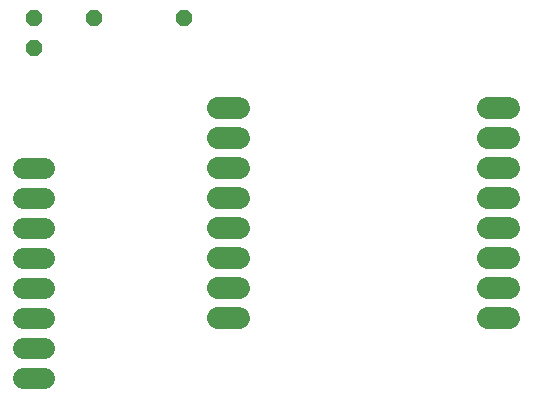
<source format=gbr>
G04 EAGLE Gerber RS-274X export*
G75*
%MOMM*%
%FSLAX34Y34*%
%LPD*%
%AMOC8*
5,1,8,0,0,1.08239X$1,22.5*%
G01*
%ADD10P,1.429621X8X292.500000*%
%ADD11P,1.429621X8X202.500000*%
%ADD12C,1.778000*%
%ADD13C,1.828800*%


D10*
X88900Y355600D03*
X88900Y330200D03*
D11*
X215900Y355600D03*
X139700Y355600D03*
D12*
X97790Y152400D02*
X80010Y152400D01*
X80010Y127000D02*
X97790Y127000D01*
X97790Y177800D02*
X80010Y177800D01*
X80010Y203200D02*
X97790Y203200D01*
X97790Y228600D02*
X80010Y228600D01*
X80010Y101600D02*
X97790Y101600D01*
X97790Y76200D02*
X80010Y76200D01*
X80010Y50800D02*
X97790Y50800D01*
D13*
X244856Y279400D02*
X263144Y279400D01*
X263144Y254000D02*
X244856Y254000D01*
X244856Y228600D02*
X263144Y228600D01*
X263144Y203200D02*
X244856Y203200D01*
X244856Y177800D02*
X263144Y177800D01*
X263144Y152400D02*
X244856Y152400D01*
X244856Y127000D02*
X263144Y127000D01*
X263144Y101600D02*
X244856Y101600D01*
X473456Y279400D02*
X491744Y279400D01*
X491744Y254000D02*
X473456Y254000D01*
X473456Y228600D02*
X491744Y228600D01*
X491744Y203200D02*
X473456Y203200D01*
X473456Y177800D02*
X491744Y177800D01*
X491744Y152400D02*
X473456Y152400D01*
X473456Y127000D02*
X491744Y127000D01*
X491744Y101600D02*
X473456Y101600D01*
M02*

</source>
